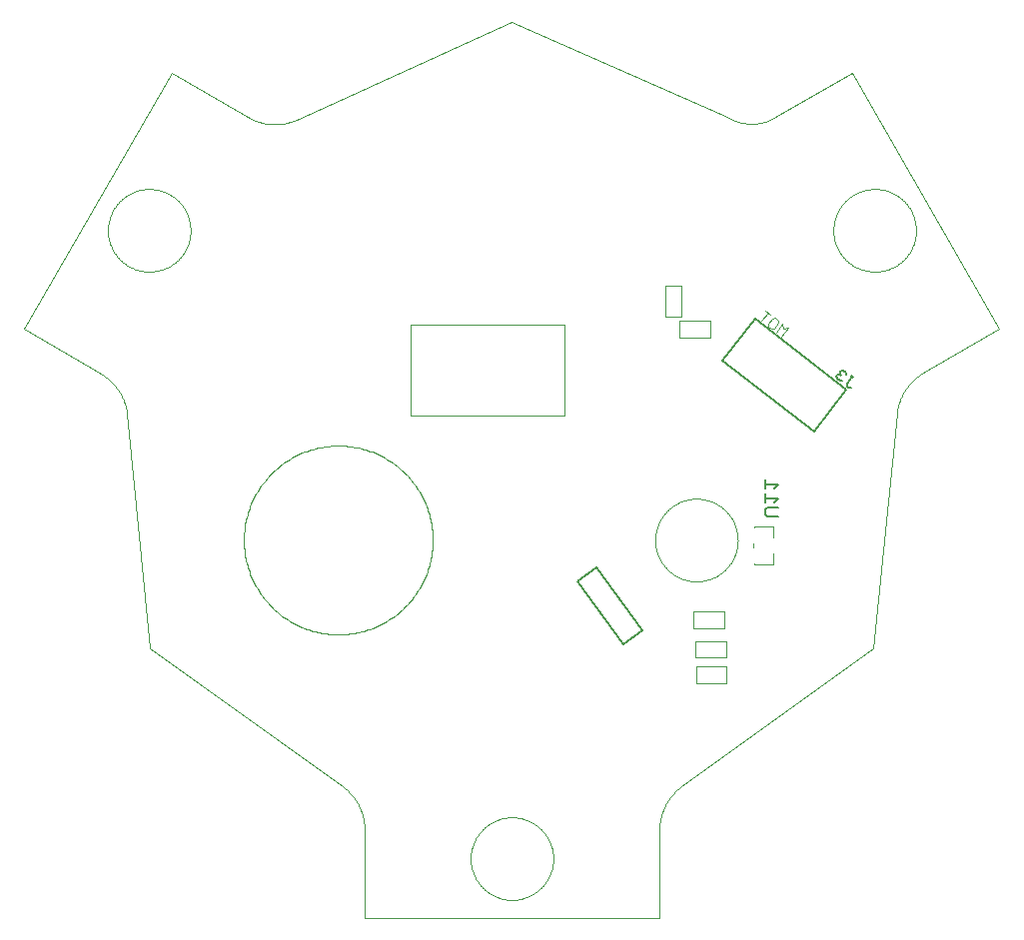
<source format=gbo>
G75*
%MOIN*%
%OFA0B0*%
%FSLAX25Y25*%
%IPPOS*%
%LPD*%
%AMOC8*
5,1,8,0,0,1.08239X$1,22.5*
%
%ADD10C,0.00000*%
%ADD11C,0.00000*%
%ADD12C,0.00394*%
%ADD13C,0.00500*%
%ADD14C,0.00400*%
%ADD15C,0.00600*%
D10*
X0045299Y0091364D02*
X0109355Y0045419D01*
X0116756Y0031009D02*
X0116756Y0001600D01*
X0215181Y0001600D01*
X0215181Y0031009D01*
X0222583Y0045419D02*
X0286638Y0091364D01*
X0294394Y0169828D01*
X0303173Y0183450D02*
X0328646Y0198135D01*
X0279433Y0283411D01*
X0253961Y0268687D01*
X0253618Y0268494D01*
X0253271Y0268310D01*
X0252919Y0268134D01*
X0252563Y0267967D01*
X0252203Y0267809D01*
X0251840Y0267660D01*
X0251473Y0267519D01*
X0251102Y0267387D01*
X0250729Y0267265D01*
X0250352Y0267152D01*
X0249973Y0267047D01*
X0249592Y0266953D01*
X0249208Y0266867D01*
X0248822Y0266791D01*
X0248435Y0266724D01*
X0248046Y0266667D01*
X0247656Y0266619D01*
X0247264Y0266581D01*
X0246872Y0266552D01*
X0246480Y0266533D01*
X0246087Y0266523D01*
X0245693Y0266523D01*
X0245300Y0266533D01*
X0244908Y0266552D01*
X0244516Y0266581D01*
X0244124Y0266619D01*
X0243734Y0266667D01*
X0243345Y0266724D01*
X0242958Y0266791D01*
X0242572Y0266867D01*
X0242188Y0266953D01*
X0241807Y0267047D01*
X0241428Y0267152D01*
X0241051Y0267265D01*
X0240678Y0267387D01*
X0240307Y0267519D01*
X0239940Y0267660D01*
X0239577Y0267809D01*
X0239217Y0267967D01*
X0238861Y0268134D01*
X0238509Y0268310D01*
X0238162Y0268494D01*
X0237819Y0268687D01*
X0165969Y0300380D01*
X0094118Y0267899D01*
X0077977Y0268687D02*
X0052504Y0283411D01*
X0003292Y0198135D01*
X0028764Y0183175D01*
X0037543Y0169828D02*
X0045299Y0091364D01*
X0109354Y0045419D02*
X0109702Y0045163D01*
X0110043Y0044899D01*
X0110377Y0044627D01*
X0110705Y0044347D01*
X0111026Y0044058D01*
X0111340Y0043762D01*
X0111647Y0043459D01*
X0111946Y0043148D01*
X0112237Y0042830D01*
X0112521Y0042505D01*
X0112797Y0042174D01*
X0113064Y0041835D01*
X0113323Y0041491D01*
X0113574Y0041140D01*
X0113816Y0040783D01*
X0114050Y0040420D01*
X0114274Y0040052D01*
X0114490Y0039678D01*
X0114696Y0039299D01*
X0114893Y0038915D01*
X0115081Y0038527D01*
X0115259Y0038134D01*
X0115428Y0037737D01*
X0115586Y0037336D01*
X0115736Y0036932D01*
X0115875Y0036523D01*
X0116004Y0036112D01*
X0116123Y0035697D01*
X0116232Y0035280D01*
X0116331Y0034860D01*
X0116420Y0034438D01*
X0116498Y0034014D01*
X0116566Y0033588D01*
X0116624Y0033161D01*
X0116671Y0032732D01*
X0116708Y0032302D01*
X0116735Y0031872D01*
X0116751Y0031440D01*
X0116756Y0031009D01*
X0215181Y0031009D02*
X0215186Y0031440D01*
X0215202Y0031871D01*
X0215228Y0032302D01*
X0215265Y0032732D01*
X0215312Y0033161D01*
X0215370Y0033588D01*
X0215438Y0034014D01*
X0215516Y0034438D01*
X0215604Y0034860D01*
X0215703Y0035280D01*
X0215812Y0035698D01*
X0215931Y0036112D01*
X0216061Y0036524D01*
X0216200Y0036932D01*
X0216349Y0037337D01*
X0216508Y0037738D01*
X0216676Y0038135D01*
X0216855Y0038528D01*
X0217042Y0038916D01*
X0217239Y0039300D01*
X0217446Y0039679D01*
X0217661Y0040052D01*
X0217886Y0040421D01*
X0218119Y0040783D01*
X0218361Y0041140D01*
X0218612Y0041491D01*
X0218872Y0041836D01*
X0219139Y0042174D01*
X0219415Y0042506D01*
X0219699Y0042831D01*
X0219990Y0043149D01*
X0220289Y0043460D01*
X0220596Y0043763D01*
X0220910Y0044059D01*
X0221231Y0044347D01*
X0221559Y0044627D01*
X0221894Y0044899D01*
X0222235Y0045163D01*
X0222583Y0045418D01*
X0294394Y0169828D02*
X0294442Y0170257D01*
X0294500Y0170685D01*
X0294568Y0171111D01*
X0294647Y0171535D01*
X0294736Y0171957D01*
X0294835Y0172377D01*
X0294945Y0172795D01*
X0295064Y0173209D01*
X0295194Y0173621D01*
X0295334Y0174029D01*
X0295483Y0174434D01*
X0295642Y0174835D01*
X0295811Y0175232D01*
X0295990Y0175625D01*
X0296178Y0176013D01*
X0296376Y0176397D01*
X0296582Y0176776D01*
X0296798Y0177149D01*
X0297023Y0177517D01*
X0297257Y0177880D01*
X0297499Y0178237D01*
X0297750Y0178588D01*
X0298010Y0178933D01*
X0298278Y0179271D01*
X0298554Y0179603D01*
X0298838Y0179928D01*
X0299130Y0180245D01*
X0299429Y0180556D01*
X0299736Y0180859D01*
X0300050Y0181155D01*
X0300371Y0181443D01*
X0300700Y0181723D01*
X0301035Y0181996D01*
X0301376Y0182259D01*
X0301724Y0182515D01*
X0302078Y0182762D01*
X0302437Y0183000D01*
X0302803Y0183230D01*
X0303174Y0183450D01*
X0094118Y0267899D02*
X0093724Y0267726D01*
X0093326Y0267564D01*
X0092924Y0267410D01*
X0092518Y0267267D01*
X0092109Y0267134D01*
X0091697Y0267010D01*
X0091282Y0266897D01*
X0090864Y0266793D01*
X0090444Y0266700D01*
X0090022Y0266617D01*
X0089598Y0266545D01*
X0089172Y0266482D01*
X0088745Y0266430D01*
X0088317Y0266389D01*
X0087888Y0266357D01*
X0087458Y0266337D01*
X0087028Y0266326D01*
X0086597Y0266326D01*
X0086167Y0266337D01*
X0085737Y0266358D01*
X0085308Y0266389D01*
X0084880Y0266431D01*
X0084453Y0266483D01*
X0084027Y0266546D01*
X0083603Y0266619D01*
X0083181Y0266702D01*
X0082761Y0266795D01*
X0082344Y0266898D01*
X0081929Y0267012D01*
X0081516Y0267136D01*
X0081107Y0267269D01*
X0080702Y0267413D01*
X0080300Y0267566D01*
X0079902Y0267729D01*
X0079507Y0267902D01*
X0079118Y0268084D01*
X0078732Y0268275D01*
X0078352Y0268476D01*
X0077976Y0268686D01*
X0028764Y0183174D02*
X0029137Y0182949D01*
X0029504Y0182715D01*
X0029865Y0182473D01*
X0030221Y0182221D01*
X0030570Y0181961D01*
X0030913Y0181693D01*
X0031250Y0181417D01*
X0031580Y0181132D01*
X0031902Y0180840D01*
X0032218Y0180540D01*
X0032526Y0180233D01*
X0032827Y0179918D01*
X0033120Y0179596D01*
X0033406Y0179267D01*
X0033683Y0178931D01*
X0033952Y0178589D01*
X0034213Y0178240D01*
X0034465Y0177885D01*
X0034709Y0177524D01*
X0034944Y0177158D01*
X0035170Y0176785D01*
X0035387Y0176408D01*
X0035594Y0176025D01*
X0035793Y0175638D01*
X0035982Y0175245D01*
X0036162Y0174849D01*
X0036332Y0174448D01*
X0036492Y0174043D01*
X0036642Y0173634D01*
X0036783Y0173222D01*
X0036914Y0172807D01*
X0037034Y0172388D01*
X0037145Y0171967D01*
X0037245Y0171543D01*
X0037335Y0171117D01*
X0037415Y0170689D01*
X0037484Y0170259D01*
X0037543Y0169828D01*
D11*
X0031157Y0230931D02*
X0031161Y0231269D01*
X0031174Y0231607D01*
X0031194Y0231945D01*
X0031223Y0232282D01*
X0031261Y0232618D01*
X0031306Y0232953D01*
X0031360Y0233287D01*
X0031422Y0233619D01*
X0031492Y0233950D01*
X0031570Y0234279D01*
X0031656Y0234606D01*
X0031750Y0234931D01*
X0031853Y0235254D01*
X0031963Y0235573D01*
X0032080Y0235890D01*
X0032206Y0236204D01*
X0032339Y0236515D01*
X0032480Y0236823D01*
X0032628Y0237127D01*
X0032784Y0237427D01*
X0032947Y0237723D01*
X0033117Y0238015D01*
X0033295Y0238303D01*
X0033479Y0238587D01*
X0033671Y0238866D01*
X0033869Y0239140D01*
X0034074Y0239409D01*
X0034285Y0239673D01*
X0034503Y0239932D01*
X0034727Y0240185D01*
X0034957Y0240433D01*
X0035193Y0240675D01*
X0035435Y0240911D01*
X0035683Y0241141D01*
X0035936Y0241365D01*
X0036195Y0241583D01*
X0036459Y0241794D01*
X0036728Y0241999D01*
X0037002Y0242197D01*
X0037281Y0242389D01*
X0037565Y0242573D01*
X0037853Y0242751D01*
X0038145Y0242921D01*
X0038441Y0243084D01*
X0038741Y0243240D01*
X0039045Y0243388D01*
X0039353Y0243529D01*
X0039664Y0243662D01*
X0039978Y0243788D01*
X0040295Y0243905D01*
X0040614Y0244015D01*
X0040937Y0244118D01*
X0041262Y0244212D01*
X0041589Y0244298D01*
X0041918Y0244376D01*
X0042249Y0244446D01*
X0042581Y0244508D01*
X0042915Y0244562D01*
X0043250Y0244607D01*
X0043586Y0244645D01*
X0043923Y0244674D01*
X0044261Y0244694D01*
X0044599Y0244707D01*
X0044937Y0244711D01*
X0045275Y0244707D01*
X0045613Y0244694D01*
X0045951Y0244674D01*
X0046288Y0244645D01*
X0046624Y0244607D01*
X0046959Y0244562D01*
X0047293Y0244508D01*
X0047625Y0244446D01*
X0047956Y0244376D01*
X0048285Y0244298D01*
X0048612Y0244212D01*
X0048937Y0244118D01*
X0049260Y0244015D01*
X0049579Y0243905D01*
X0049896Y0243788D01*
X0050210Y0243662D01*
X0050521Y0243529D01*
X0050829Y0243388D01*
X0051133Y0243240D01*
X0051433Y0243084D01*
X0051729Y0242921D01*
X0052021Y0242751D01*
X0052309Y0242573D01*
X0052593Y0242389D01*
X0052872Y0242197D01*
X0053146Y0241999D01*
X0053415Y0241794D01*
X0053679Y0241583D01*
X0053938Y0241365D01*
X0054191Y0241141D01*
X0054439Y0240911D01*
X0054681Y0240675D01*
X0054917Y0240433D01*
X0055147Y0240185D01*
X0055371Y0239932D01*
X0055589Y0239673D01*
X0055800Y0239409D01*
X0056005Y0239140D01*
X0056203Y0238866D01*
X0056395Y0238587D01*
X0056579Y0238303D01*
X0056757Y0238015D01*
X0056927Y0237723D01*
X0057090Y0237427D01*
X0057246Y0237127D01*
X0057394Y0236823D01*
X0057535Y0236515D01*
X0057668Y0236204D01*
X0057794Y0235890D01*
X0057911Y0235573D01*
X0058021Y0235254D01*
X0058124Y0234931D01*
X0058218Y0234606D01*
X0058304Y0234279D01*
X0058382Y0233950D01*
X0058452Y0233619D01*
X0058514Y0233287D01*
X0058568Y0232953D01*
X0058613Y0232618D01*
X0058651Y0232282D01*
X0058680Y0231945D01*
X0058700Y0231607D01*
X0058713Y0231269D01*
X0058717Y0230931D01*
X0058713Y0230593D01*
X0058700Y0230255D01*
X0058680Y0229917D01*
X0058651Y0229580D01*
X0058613Y0229244D01*
X0058568Y0228909D01*
X0058514Y0228575D01*
X0058452Y0228243D01*
X0058382Y0227912D01*
X0058304Y0227583D01*
X0058218Y0227256D01*
X0058124Y0226931D01*
X0058021Y0226608D01*
X0057911Y0226289D01*
X0057794Y0225972D01*
X0057668Y0225658D01*
X0057535Y0225347D01*
X0057394Y0225039D01*
X0057246Y0224735D01*
X0057090Y0224435D01*
X0056927Y0224139D01*
X0056757Y0223847D01*
X0056579Y0223559D01*
X0056395Y0223275D01*
X0056203Y0222996D01*
X0056005Y0222722D01*
X0055800Y0222453D01*
X0055589Y0222189D01*
X0055371Y0221930D01*
X0055147Y0221677D01*
X0054917Y0221429D01*
X0054681Y0221187D01*
X0054439Y0220951D01*
X0054191Y0220721D01*
X0053938Y0220497D01*
X0053679Y0220279D01*
X0053415Y0220068D01*
X0053146Y0219863D01*
X0052872Y0219665D01*
X0052593Y0219473D01*
X0052309Y0219289D01*
X0052021Y0219111D01*
X0051729Y0218941D01*
X0051433Y0218778D01*
X0051133Y0218622D01*
X0050829Y0218474D01*
X0050521Y0218333D01*
X0050210Y0218200D01*
X0049896Y0218074D01*
X0049579Y0217957D01*
X0049260Y0217847D01*
X0048937Y0217744D01*
X0048612Y0217650D01*
X0048285Y0217564D01*
X0047956Y0217486D01*
X0047625Y0217416D01*
X0047293Y0217354D01*
X0046959Y0217300D01*
X0046624Y0217255D01*
X0046288Y0217217D01*
X0045951Y0217188D01*
X0045613Y0217168D01*
X0045275Y0217155D01*
X0044937Y0217151D01*
X0044599Y0217155D01*
X0044261Y0217168D01*
X0043923Y0217188D01*
X0043586Y0217217D01*
X0043250Y0217255D01*
X0042915Y0217300D01*
X0042581Y0217354D01*
X0042249Y0217416D01*
X0041918Y0217486D01*
X0041589Y0217564D01*
X0041262Y0217650D01*
X0040937Y0217744D01*
X0040614Y0217847D01*
X0040295Y0217957D01*
X0039978Y0218074D01*
X0039664Y0218200D01*
X0039353Y0218333D01*
X0039045Y0218474D01*
X0038741Y0218622D01*
X0038441Y0218778D01*
X0038145Y0218941D01*
X0037853Y0219111D01*
X0037565Y0219289D01*
X0037281Y0219473D01*
X0037002Y0219665D01*
X0036728Y0219863D01*
X0036459Y0220068D01*
X0036195Y0220279D01*
X0035936Y0220497D01*
X0035683Y0220721D01*
X0035435Y0220951D01*
X0035193Y0221187D01*
X0034957Y0221429D01*
X0034727Y0221677D01*
X0034503Y0221930D01*
X0034285Y0222189D01*
X0034074Y0222453D01*
X0033869Y0222722D01*
X0033671Y0222996D01*
X0033479Y0223275D01*
X0033295Y0223559D01*
X0033117Y0223847D01*
X0032947Y0224139D01*
X0032784Y0224435D01*
X0032628Y0224735D01*
X0032480Y0225039D01*
X0032339Y0225347D01*
X0032206Y0225658D01*
X0032080Y0225972D01*
X0031963Y0226289D01*
X0031853Y0226608D01*
X0031750Y0226931D01*
X0031656Y0227256D01*
X0031570Y0227583D01*
X0031492Y0227912D01*
X0031422Y0228243D01*
X0031360Y0228575D01*
X0031306Y0228909D01*
X0031261Y0229244D01*
X0031223Y0229580D01*
X0031194Y0229917D01*
X0031174Y0230255D01*
X0031161Y0230593D01*
X0031157Y0230931D01*
X0132189Y0199395D02*
X0132189Y0169238D01*
X0183370Y0169238D01*
X0183370Y0199395D01*
X0132189Y0199395D01*
X0076520Y0127584D02*
X0076529Y0128357D01*
X0076558Y0129129D01*
X0076605Y0129901D01*
X0076672Y0130671D01*
X0076757Y0131439D01*
X0076861Y0132205D01*
X0076984Y0132969D01*
X0077125Y0133729D01*
X0077285Y0134485D01*
X0077464Y0135237D01*
X0077661Y0135984D01*
X0077876Y0136727D01*
X0078110Y0137464D01*
X0078361Y0138195D01*
X0078630Y0138919D01*
X0078917Y0139637D01*
X0079222Y0140347D01*
X0079544Y0141050D01*
X0079883Y0141745D01*
X0080239Y0142431D01*
X0080612Y0143108D01*
X0081001Y0143776D01*
X0081406Y0144434D01*
X0081828Y0145082D01*
X0082265Y0145720D01*
X0082718Y0146346D01*
X0083186Y0146961D01*
X0083669Y0147565D01*
X0084167Y0148156D01*
X0084679Y0148735D01*
X0085205Y0149302D01*
X0085745Y0149855D01*
X0086298Y0150395D01*
X0086865Y0150921D01*
X0087444Y0151433D01*
X0088035Y0151931D01*
X0088639Y0152414D01*
X0089254Y0152882D01*
X0089880Y0153335D01*
X0090518Y0153772D01*
X0091166Y0154194D01*
X0091824Y0154599D01*
X0092492Y0154988D01*
X0093169Y0155361D01*
X0093855Y0155717D01*
X0094550Y0156056D01*
X0095253Y0156378D01*
X0095963Y0156683D01*
X0096681Y0156970D01*
X0097405Y0157239D01*
X0098136Y0157490D01*
X0098873Y0157724D01*
X0099616Y0157939D01*
X0100363Y0158136D01*
X0101115Y0158315D01*
X0101871Y0158475D01*
X0102631Y0158616D01*
X0103395Y0158739D01*
X0104161Y0158843D01*
X0104929Y0158928D01*
X0105699Y0158995D01*
X0106471Y0159042D01*
X0107243Y0159071D01*
X0108016Y0159080D01*
X0108789Y0159071D01*
X0109561Y0159042D01*
X0110333Y0158995D01*
X0111103Y0158928D01*
X0111871Y0158843D01*
X0112637Y0158739D01*
X0113401Y0158616D01*
X0114161Y0158475D01*
X0114917Y0158315D01*
X0115669Y0158136D01*
X0116416Y0157939D01*
X0117159Y0157724D01*
X0117896Y0157490D01*
X0118627Y0157239D01*
X0119351Y0156970D01*
X0120069Y0156683D01*
X0120779Y0156378D01*
X0121482Y0156056D01*
X0122177Y0155717D01*
X0122863Y0155361D01*
X0123540Y0154988D01*
X0124208Y0154599D01*
X0124866Y0154194D01*
X0125514Y0153772D01*
X0126152Y0153335D01*
X0126778Y0152882D01*
X0127393Y0152414D01*
X0127997Y0151931D01*
X0128588Y0151433D01*
X0129167Y0150921D01*
X0129734Y0150395D01*
X0130287Y0149855D01*
X0130827Y0149302D01*
X0131353Y0148735D01*
X0131865Y0148156D01*
X0132363Y0147565D01*
X0132846Y0146961D01*
X0133314Y0146346D01*
X0133767Y0145720D01*
X0134204Y0145082D01*
X0134626Y0144434D01*
X0135031Y0143776D01*
X0135420Y0143108D01*
X0135793Y0142431D01*
X0136149Y0141745D01*
X0136488Y0141050D01*
X0136810Y0140347D01*
X0137115Y0139637D01*
X0137402Y0138919D01*
X0137671Y0138195D01*
X0137922Y0137464D01*
X0138156Y0136727D01*
X0138371Y0135984D01*
X0138568Y0135237D01*
X0138747Y0134485D01*
X0138907Y0133729D01*
X0139048Y0132969D01*
X0139171Y0132205D01*
X0139275Y0131439D01*
X0139360Y0130671D01*
X0139427Y0129901D01*
X0139474Y0129129D01*
X0139503Y0128357D01*
X0139512Y0127584D01*
X0139503Y0126811D01*
X0139474Y0126039D01*
X0139427Y0125267D01*
X0139360Y0124497D01*
X0139275Y0123729D01*
X0139171Y0122963D01*
X0139048Y0122199D01*
X0138907Y0121439D01*
X0138747Y0120683D01*
X0138568Y0119931D01*
X0138371Y0119184D01*
X0138156Y0118441D01*
X0137922Y0117704D01*
X0137671Y0116973D01*
X0137402Y0116249D01*
X0137115Y0115531D01*
X0136810Y0114821D01*
X0136488Y0114118D01*
X0136149Y0113423D01*
X0135793Y0112737D01*
X0135420Y0112060D01*
X0135031Y0111392D01*
X0134626Y0110734D01*
X0134204Y0110086D01*
X0133767Y0109448D01*
X0133314Y0108822D01*
X0132846Y0108207D01*
X0132363Y0107603D01*
X0131865Y0107012D01*
X0131353Y0106433D01*
X0130827Y0105866D01*
X0130287Y0105313D01*
X0129734Y0104773D01*
X0129167Y0104247D01*
X0128588Y0103735D01*
X0127997Y0103237D01*
X0127393Y0102754D01*
X0126778Y0102286D01*
X0126152Y0101833D01*
X0125514Y0101396D01*
X0124866Y0100974D01*
X0124208Y0100569D01*
X0123540Y0100180D01*
X0122863Y0099807D01*
X0122177Y0099451D01*
X0121482Y0099112D01*
X0120779Y0098790D01*
X0120069Y0098485D01*
X0119351Y0098198D01*
X0118627Y0097929D01*
X0117896Y0097678D01*
X0117159Y0097444D01*
X0116416Y0097229D01*
X0115669Y0097032D01*
X0114917Y0096853D01*
X0114161Y0096693D01*
X0113401Y0096552D01*
X0112637Y0096429D01*
X0111871Y0096325D01*
X0111103Y0096240D01*
X0110333Y0096173D01*
X0109561Y0096126D01*
X0108789Y0096097D01*
X0108016Y0096088D01*
X0107243Y0096097D01*
X0106471Y0096126D01*
X0105699Y0096173D01*
X0104929Y0096240D01*
X0104161Y0096325D01*
X0103395Y0096429D01*
X0102631Y0096552D01*
X0101871Y0096693D01*
X0101115Y0096853D01*
X0100363Y0097032D01*
X0099616Y0097229D01*
X0098873Y0097444D01*
X0098136Y0097678D01*
X0097405Y0097929D01*
X0096681Y0098198D01*
X0095963Y0098485D01*
X0095253Y0098790D01*
X0094550Y0099112D01*
X0093855Y0099451D01*
X0093169Y0099807D01*
X0092492Y0100180D01*
X0091824Y0100569D01*
X0091166Y0100974D01*
X0090518Y0101396D01*
X0089880Y0101833D01*
X0089254Y0102286D01*
X0088639Y0102754D01*
X0088035Y0103237D01*
X0087444Y0103735D01*
X0086865Y0104247D01*
X0086298Y0104773D01*
X0085745Y0105313D01*
X0085205Y0105866D01*
X0084679Y0106433D01*
X0084167Y0107012D01*
X0083669Y0107603D01*
X0083186Y0108207D01*
X0082718Y0108822D01*
X0082265Y0109448D01*
X0081828Y0110086D01*
X0081406Y0110734D01*
X0081001Y0111392D01*
X0080612Y0112060D01*
X0080239Y0112737D01*
X0079883Y0113423D01*
X0079544Y0114118D01*
X0079222Y0114821D01*
X0078917Y0115531D01*
X0078630Y0116249D01*
X0078361Y0116973D01*
X0078110Y0117704D01*
X0077876Y0118441D01*
X0077661Y0119184D01*
X0077464Y0119931D01*
X0077285Y0120683D01*
X0077125Y0121439D01*
X0076984Y0122199D01*
X0076861Y0122963D01*
X0076757Y0123729D01*
X0076672Y0124497D01*
X0076605Y0125267D01*
X0076558Y0126039D01*
X0076529Y0126811D01*
X0076520Y0127584D01*
X0152197Y0021285D02*
X0152201Y0021623D01*
X0152214Y0021961D01*
X0152234Y0022299D01*
X0152263Y0022636D01*
X0152301Y0022972D01*
X0152346Y0023307D01*
X0152400Y0023641D01*
X0152462Y0023973D01*
X0152532Y0024304D01*
X0152610Y0024633D01*
X0152696Y0024960D01*
X0152790Y0025285D01*
X0152893Y0025608D01*
X0153003Y0025927D01*
X0153120Y0026244D01*
X0153246Y0026558D01*
X0153379Y0026869D01*
X0153520Y0027177D01*
X0153668Y0027481D01*
X0153824Y0027781D01*
X0153987Y0028077D01*
X0154157Y0028369D01*
X0154335Y0028657D01*
X0154519Y0028941D01*
X0154711Y0029220D01*
X0154909Y0029494D01*
X0155114Y0029763D01*
X0155325Y0030027D01*
X0155543Y0030286D01*
X0155767Y0030539D01*
X0155997Y0030787D01*
X0156233Y0031029D01*
X0156475Y0031265D01*
X0156723Y0031495D01*
X0156976Y0031719D01*
X0157235Y0031937D01*
X0157499Y0032148D01*
X0157768Y0032353D01*
X0158042Y0032551D01*
X0158321Y0032743D01*
X0158605Y0032927D01*
X0158893Y0033105D01*
X0159185Y0033275D01*
X0159481Y0033438D01*
X0159781Y0033594D01*
X0160085Y0033742D01*
X0160393Y0033883D01*
X0160704Y0034016D01*
X0161018Y0034142D01*
X0161335Y0034259D01*
X0161654Y0034369D01*
X0161977Y0034472D01*
X0162302Y0034566D01*
X0162629Y0034652D01*
X0162958Y0034730D01*
X0163289Y0034800D01*
X0163621Y0034862D01*
X0163955Y0034916D01*
X0164290Y0034961D01*
X0164626Y0034999D01*
X0164963Y0035028D01*
X0165301Y0035048D01*
X0165639Y0035061D01*
X0165977Y0035065D01*
X0166315Y0035061D01*
X0166653Y0035048D01*
X0166991Y0035028D01*
X0167328Y0034999D01*
X0167664Y0034961D01*
X0167999Y0034916D01*
X0168333Y0034862D01*
X0168665Y0034800D01*
X0168996Y0034730D01*
X0169325Y0034652D01*
X0169652Y0034566D01*
X0169977Y0034472D01*
X0170300Y0034369D01*
X0170619Y0034259D01*
X0170936Y0034142D01*
X0171250Y0034016D01*
X0171561Y0033883D01*
X0171869Y0033742D01*
X0172173Y0033594D01*
X0172473Y0033438D01*
X0172769Y0033275D01*
X0173061Y0033105D01*
X0173349Y0032927D01*
X0173633Y0032743D01*
X0173912Y0032551D01*
X0174186Y0032353D01*
X0174455Y0032148D01*
X0174719Y0031937D01*
X0174978Y0031719D01*
X0175231Y0031495D01*
X0175479Y0031265D01*
X0175721Y0031029D01*
X0175957Y0030787D01*
X0176187Y0030539D01*
X0176411Y0030286D01*
X0176629Y0030027D01*
X0176840Y0029763D01*
X0177045Y0029494D01*
X0177243Y0029220D01*
X0177435Y0028941D01*
X0177619Y0028657D01*
X0177797Y0028369D01*
X0177967Y0028077D01*
X0178130Y0027781D01*
X0178286Y0027481D01*
X0178434Y0027177D01*
X0178575Y0026869D01*
X0178708Y0026558D01*
X0178834Y0026244D01*
X0178951Y0025927D01*
X0179061Y0025608D01*
X0179164Y0025285D01*
X0179258Y0024960D01*
X0179344Y0024633D01*
X0179422Y0024304D01*
X0179492Y0023973D01*
X0179554Y0023641D01*
X0179608Y0023307D01*
X0179653Y0022972D01*
X0179691Y0022636D01*
X0179720Y0022299D01*
X0179740Y0021961D01*
X0179753Y0021623D01*
X0179757Y0021285D01*
X0179753Y0020947D01*
X0179740Y0020609D01*
X0179720Y0020271D01*
X0179691Y0019934D01*
X0179653Y0019598D01*
X0179608Y0019263D01*
X0179554Y0018929D01*
X0179492Y0018597D01*
X0179422Y0018266D01*
X0179344Y0017937D01*
X0179258Y0017610D01*
X0179164Y0017285D01*
X0179061Y0016962D01*
X0178951Y0016643D01*
X0178834Y0016326D01*
X0178708Y0016012D01*
X0178575Y0015701D01*
X0178434Y0015393D01*
X0178286Y0015089D01*
X0178130Y0014789D01*
X0177967Y0014493D01*
X0177797Y0014201D01*
X0177619Y0013913D01*
X0177435Y0013629D01*
X0177243Y0013350D01*
X0177045Y0013076D01*
X0176840Y0012807D01*
X0176629Y0012543D01*
X0176411Y0012284D01*
X0176187Y0012031D01*
X0175957Y0011783D01*
X0175721Y0011541D01*
X0175479Y0011305D01*
X0175231Y0011075D01*
X0174978Y0010851D01*
X0174719Y0010633D01*
X0174455Y0010422D01*
X0174186Y0010217D01*
X0173912Y0010019D01*
X0173633Y0009827D01*
X0173349Y0009643D01*
X0173061Y0009465D01*
X0172769Y0009295D01*
X0172473Y0009132D01*
X0172173Y0008976D01*
X0171869Y0008828D01*
X0171561Y0008687D01*
X0171250Y0008554D01*
X0170936Y0008428D01*
X0170619Y0008311D01*
X0170300Y0008201D01*
X0169977Y0008098D01*
X0169652Y0008004D01*
X0169325Y0007918D01*
X0168996Y0007840D01*
X0168665Y0007770D01*
X0168333Y0007708D01*
X0167999Y0007654D01*
X0167664Y0007609D01*
X0167328Y0007571D01*
X0166991Y0007542D01*
X0166653Y0007522D01*
X0166315Y0007509D01*
X0165977Y0007505D01*
X0165639Y0007509D01*
X0165301Y0007522D01*
X0164963Y0007542D01*
X0164626Y0007571D01*
X0164290Y0007609D01*
X0163955Y0007654D01*
X0163621Y0007708D01*
X0163289Y0007770D01*
X0162958Y0007840D01*
X0162629Y0007918D01*
X0162302Y0008004D01*
X0161977Y0008098D01*
X0161654Y0008201D01*
X0161335Y0008311D01*
X0161018Y0008428D01*
X0160704Y0008554D01*
X0160393Y0008687D01*
X0160085Y0008828D01*
X0159781Y0008976D01*
X0159481Y0009132D01*
X0159185Y0009295D01*
X0158893Y0009465D01*
X0158605Y0009643D01*
X0158321Y0009827D01*
X0158042Y0010019D01*
X0157768Y0010217D01*
X0157499Y0010422D01*
X0157235Y0010633D01*
X0156976Y0010851D01*
X0156723Y0011075D01*
X0156475Y0011305D01*
X0156233Y0011541D01*
X0155997Y0011783D01*
X0155767Y0012031D01*
X0155543Y0012284D01*
X0155325Y0012543D01*
X0155114Y0012807D01*
X0154909Y0013076D01*
X0154711Y0013350D01*
X0154519Y0013629D01*
X0154335Y0013913D01*
X0154157Y0014201D01*
X0153987Y0014493D01*
X0153824Y0014789D01*
X0153668Y0015089D01*
X0153520Y0015393D01*
X0153379Y0015701D01*
X0153246Y0016012D01*
X0153120Y0016326D01*
X0153003Y0016643D01*
X0152893Y0016962D01*
X0152790Y0017285D01*
X0152696Y0017610D01*
X0152610Y0017937D01*
X0152532Y0018266D01*
X0152462Y0018597D01*
X0152400Y0018929D01*
X0152346Y0019263D01*
X0152301Y0019598D01*
X0152263Y0019934D01*
X0152234Y0020271D01*
X0152214Y0020609D01*
X0152201Y0020947D01*
X0152197Y0021285D01*
X0213763Y0127584D02*
X0213767Y0127922D01*
X0213780Y0128260D01*
X0213800Y0128598D01*
X0213829Y0128935D01*
X0213867Y0129271D01*
X0213912Y0129606D01*
X0213966Y0129940D01*
X0214028Y0130272D01*
X0214098Y0130603D01*
X0214176Y0130932D01*
X0214262Y0131259D01*
X0214356Y0131584D01*
X0214459Y0131907D01*
X0214569Y0132226D01*
X0214686Y0132543D01*
X0214812Y0132857D01*
X0214945Y0133168D01*
X0215086Y0133476D01*
X0215234Y0133780D01*
X0215390Y0134080D01*
X0215553Y0134376D01*
X0215723Y0134668D01*
X0215901Y0134956D01*
X0216085Y0135240D01*
X0216277Y0135519D01*
X0216475Y0135793D01*
X0216680Y0136062D01*
X0216891Y0136326D01*
X0217109Y0136585D01*
X0217333Y0136838D01*
X0217563Y0137086D01*
X0217799Y0137328D01*
X0218041Y0137564D01*
X0218289Y0137794D01*
X0218542Y0138018D01*
X0218801Y0138236D01*
X0219065Y0138447D01*
X0219334Y0138652D01*
X0219608Y0138850D01*
X0219887Y0139042D01*
X0220171Y0139226D01*
X0220459Y0139404D01*
X0220751Y0139574D01*
X0221047Y0139737D01*
X0221347Y0139893D01*
X0221651Y0140041D01*
X0221959Y0140182D01*
X0222270Y0140315D01*
X0222584Y0140441D01*
X0222901Y0140558D01*
X0223220Y0140668D01*
X0223543Y0140771D01*
X0223868Y0140865D01*
X0224195Y0140951D01*
X0224524Y0141029D01*
X0224855Y0141099D01*
X0225187Y0141161D01*
X0225521Y0141215D01*
X0225856Y0141260D01*
X0226192Y0141298D01*
X0226529Y0141327D01*
X0226867Y0141347D01*
X0227205Y0141360D01*
X0227543Y0141364D01*
X0227881Y0141360D01*
X0228219Y0141347D01*
X0228557Y0141327D01*
X0228894Y0141298D01*
X0229230Y0141260D01*
X0229565Y0141215D01*
X0229899Y0141161D01*
X0230231Y0141099D01*
X0230562Y0141029D01*
X0230891Y0140951D01*
X0231218Y0140865D01*
X0231543Y0140771D01*
X0231866Y0140668D01*
X0232185Y0140558D01*
X0232502Y0140441D01*
X0232816Y0140315D01*
X0233127Y0140182D01*
X0233435Y0140041D01*
X0233739Y0139893D01*
X0234039Y0139737D01*
X0234335Y0139574D01*
X0234627Y0139404D01*
X0234915Y0139226D01*
X0235199Y0139042D01*
X0235478Y0138850D01*
X0235752Y0138652D01*
X0236021Y0138447D01*
X0236285Y0138236D01*
X0236544Y0138018D01*
X0236797Y0137794D01*
X0237045Y0137564D01*
X0237287Y0137328D01*
X0237523Y0137086D01*
X0237753Y0136838D01*
X0237977Y0136585D01*
X0238195Y0136326D01*
X0238406Y0136062D01*
X0238611Y0135793D01*
X0238809Y0135519D01*
X0239001Y0135240D01*
X0239185Y0134956D01*
X0239363Y0134668D01*
X0239533Y0134376D01*
X0239696Y0134080D01*
X0239852Y0133780D01*
X0240000Y0133476D01*
X0240141Y0133168D01*
X0240274Y0132857D01*
X0240400Y0132543D01*
X0240517Y0132226D01*
X0240627Y0131907D01*
X0240730Y0131584D01*
X0240824Y0131259D01*
X0240910Y0130932D01*
X0240988Y0130603D01*
X0241058Y0130272D01*
X0241120Y0129940D01*
X0241174Y0129606D01*
X0241219Y0129271D01*
X0241257Y0128935D01*
X0241286Y0128598D01*
X0241306Y0128260D01*
X0241319Y0127922D01*
X0241323Y0127584D01*
X0241319Y0127246D01*
X0241306Y0126908D01*
X0241286Y0126570D01*
X0241257Y0126233D01*
X0241219Y0125897D01*
X0241174Y0125562D01*
X0241120Y0125228D01*
X0241058Y0124896D01*
X0240988Y0124565D01*
X0240910Y0124236D01*
X0240824Y0123909D01*
X0240730Y0123584D01*
X0240627Y0123261D01*
X0240517Y0122942D01*
X0240400Y0122625D01*
X0240274Y0122311D01*
X0240141Y0122000D01*
X0240000Y0121692D01*
X0239852Y0121388D01*
X0239696Y0121088D01*
X0239533Y0120792D01*
X0239363Y0120500D01*
X0239185Y0120212D01*
X0239001Y0119928D01*
X0238809Y0119649D01*
X0238611Y0119375D01*
X0238406Y0119106D01*
X0238195Y0118842D01*
X0237977Y0118583D01*
X0237753Y0118330D01*
X0237523Y0118082D01*
X0237287Y0117840D01*
X0237045Y0117604D01*
X0236797Y0117374D01*
X0236544Y0117150D01*
X0236285Y0116932D01*
X0236021Y0116721D01*
X0235752Y0116516D01*
X0235478Y0116318D01*
X0235199Y0116126D01*
X0234915Y0115942D01*
X0234627Y0115764D01*
X0234335Y0115594D01*
X0234039Y0115431D01*
X0233739Y0115275D01*
X0233435Y0115127D01*
X0233127Y0114986D01*
X0232816Y0114853D01*
X0232502Y0114727D01*
X0232185Y0114610D01*
X0231866Y0114500D01*
X0231543Y0114397D01*
X0231218Y0114303D01*
X0230891Y0114217D01*
X0230562Y0114139D01*
X0230231Y0114069D01*
X0229899Y0114007D01*
X0229565Y0113953D01*
X0229230Y0113908D01*
X0228894Y0113870D01*
X0228557Y0113841D01*
X0228219Y0113821D01*
X0227881Y0113808D01*
X0227543Y0113804D01*
X0227205Y0113808D01*
X0226867Y0113821D01*
X0226529Y0113841D01*
X0226192Y0113870D01*
X0225856Y0113908D01*
X0225521Y0113953D01*
X0225187Y0114007D01*
X0224855Y0114069D01*
X0224524Y0114139D01*
X0224195Y0114217D01*
X0223868Y0114303D01*
X0223543Y0114397D01*
X0223220Y0114500D01*
X0222901Y0114610D01*
X0222584Y0114727D01*
X0222270Y0114853D01*
X0221959Y0114986D01*
X0221651Y0115127D01*
X0221347Y0115275D01*
X0221047Y0115431D01*
X0220751Y0115594D01*
X0220459Y0115764D01*
X0220171Y0115942D01*
X0219887Y0116126D01*
X0219608Y0116318D01*
X0219334Y0116516D01*
X0219065Y0116721D01*
X0218801Y0116932D01*
X0218542Y0117150D01*
X0218289Y0117374D01*
X0218041Y0117604D01*
X0217799Y0117840D01*
X0217563Y0118082D01*
X0217333Y0118330D01*
X0217109Y0118583D01*
X0216891Y0118842D01*
X0216680Y0119106D01*
X0216475Y0119375D01*
X0216277Y0119649D01*
X0216085Y0119928D01*
X0215901Y0120212D01*
X0215723Y0120500D01*
X0215553Y0120792D01*
X0215390Y0121088D01*
X0215234Y0121388D01*
X0215086Y0121692D01*
X0214945Y0122000D01*
X0214812Y0122311D01*
X0214686Y0122625D01*
X0214569Y0122942D01*
X0214459Y0123261D01*
X0214356Y0123584D01*
X0214262Y0123909D01*
X0214176Y0124236D01*
X0214098Y0124565D01*
X0214028Y0124896D01*
X0213966Y0125228D01*
X0213912Y0125562D01*
X0213867Y0125897D01*
X0213829Y0126233D01*
X0213800Y0126570D01*
X0213780Y0126908D01*
X0213767Y0127246D01*
X0213763Y0127584D01*
X0273236Y0230931D02*
X0273240Y0231269D01*
X0273253Y0231607D01*
X0273273Y0231945D01*
X0273302Y0232282D01*
X0273340Y0232618D01*
X0273385Y0232953D01*
X0273439Y0233287D01*
X0273501Y0233619D01*
X0273571Y0233950D01*
X0273649Y0234279D01*
X0273735Y0234606D01*
X0273829Y0234931D01*
X0273932Y0235254D01*
X0274042Y0235573D01*
X0274159Y0235890D01*
X0274285Y0236204D01*
X0274418Y0236515D01*
X0274559Y0236823D01*
X0274707Y0237127D01*
X0274863Y0237427D01*
X0275026Y0237723D01*
X0275196Y0238015D01*
X0275374Y0238303D01*
X0275558Y0238587D01*
X0275750Y0238866D01*
X0275948Y0239140D01*
X0276153Y0239409D01*
X0276364Y0239673D01*
X0276582Y0239932D01*
X0276806Y0240185D01*
X0277036Y0240433D01*
X0277272Y0240675D01*
X0277514Y0240911D01*
X0277762Y0241141D01*
X0278015Y0241365D01*
X0278274Y0241583D01*
X0278538Y0241794D01*
X0278807Y0241999D01*
X0279081Y0242197D01*
X0279360Y0242389D01*
X0279644Y0242573D01*
X0279932Y0242751D01*
X0280224Y0242921D01*
X0280520Y0243084D01*
X0280820Y0243240D01*
X0281124Y0243388D01*
X0281432Y0243529D01*
X0281743Y0243662D01*
X0282057Y0243788D01*
X0282374Y0243905D01*
X0282693Y0244015D01*
X0283016Y0244118D01*
X0283341Y0244212D01*
X0283668Y0244298D01*
X0283997Y0244376D01*
X0284328Y0244446D01*
X0284660Y0244508D01*
X0284994Y0244562D01*
X0285329Y0244607D01*
X0285665Y0244645D01*
X0286002Y0244674D01*
X0286340Y0244694D01*
X0286678Y0244707D01*
X0287016Y0244711D01*
X0287354Y0244707D01*
X0287692Y0244694D01*
X0288030Y0244674D01*
X0288367Y0244645D01*
X0288703Y0244607D01*
X0289038Y0244562D01*
X0289372Y0244508D01*
X0289704Y0244446D01*
X0290035Y0244376D01*
X0290364Y0244298D01*
X0290691Y0244212D01*
X0291016Y0244118D01*
X0291339Y0244015D01*
X0291658Y0243905D01*
X0291975Y0243788D01*
X0292289Y0243662D01*
X0292600Y0243529D01*
X0292908Y0243388D01*
X0293212Y0243240D01*
X0293512Y0243084D01*
X0293808Y0242921D01*
X0294100Y0242751D01*
X0294388Y0242573D01*
X0294672Y0242389D01*
X0294951Y0242197D01*
X0295225Y0241999D01*
X0295494Y0241794D01*
X0295758Y0241583D01*
X0296017Y0241365D01*
X0296270Y0241141D01*
X0296518Y0240911D01*
X0296760Y0240675D01*
X0296996Y0240433D01*
X0297226Y0240185D01*
X0297450Y0239932D01*
X0297668Y0239673D01*
X0297879Y0239409D01*
X0298084Y0239140D01*
X0298282Y0238866D01*
X0298474Y0238587D01*
X0298658Y0238303D01*
X0298836Y0238015D01*
X0299006Y0237723D01*
X0299169Y0237427D01*
X0299325Y0237127D01*
X0299473Y0236823D01*
X0299614Y0236515D01*
X0299747Y0236204D01*
X0299873Y0235890D01*
X0299990Y0235573D01*
X0300100Y0235254D01*
X0300203Y0234931D01*
X0300297Y0234606D01*
X0300383Y0234279D01*
X0300461Y0233950D01*
X0300531Y0233619D01*
X0300593Y0233287D01*
X0300647Y0232953D01*
X0300692Y0232618D01*
X0300730Y0232282D01*
X0300759Y0231945D01*
X0300779Y0231607D01*
X0300792Y0231269D01*
X0300796Y0230931D01*
X0300792Y0230593D01*
X0300779Y0230255D01*
X0300759Y0229917D01*
X0300730Y0229580D01*
X0300692Y0229244D01*
X0300647Y0228909D01*
X0300593Y0228575D01*
X0300531Y0228243D01*
X0300461Y0227912D01*
X0300383Y0227583D01*
X0300297Y0227256D01*
X0300203Y0226931D01*
X0300100Y0226608D01*
X0299990Y0226289D01*
X0299873Y0225972D01*
X0299747Y0225658D01*
X0299614Y0225347D01*
X0299473Y0225039D01*
X0299325Y0224735D01*
X0299169Y0224435D01*
X0299006Y0224139D01*
X0298836Y0223847D01*
X0298658Y0223559D01*
X0298474Y0223275D01*
X0298282Y0222996D01*
X0298084Y0222722D01*
X0297879Y0222453D01*
X0297668Y0222189D01*
X0297450Y0221930D01*
X0297226Y0221677D01*
X0296996Y0221429D01*
X0296760Y0221187D01*
X0296518Y0220951D01*
X0296270Y0220721D01*
X0296017Y0220497D01*
X0295758Y0220279D01*
X0295494Y0220068D01*
X0295225Y0219863D01*
X0294951Y0219665D01*
X0294672Y0219473D01*
X0294388Y0219289D01*
X0294100Y0219111D01*
X0293808Y0218941D01*
X0293512Y0218778D01*
X0293212Y0218622D01*
X0292908Y0218474D01*
X0292600Y0218333D01*
X0292289Y0218200D01*
X0291975Y0218074D01*
X0291658Y0217957D01*
X0291339Y0217847D01*
X0291016Y0217744D01*
X0290691Y0217650D01*
X0290364Y0217564D01*
X0290035Y0217486D01*
X0289704Y0217416D01*
X0289372Y0217354D01*
X0289038Y0217300D01*
X0288703Y0217255D01*
X0288367Y0217217D01*
X0288030Y0217188D01*
X0287692Y0217168D01*
X0287354Y0217155D01*
X0287016Y0217151D01*
X0286678Y0217155D01*
X0286340Y0217168D01*
X0286002Y0217188D01*
X0285665Y0217217D01*
X0285329Y0217255D01*
X0284994Y0217300D01*
X0284660Y0217354D01*
X0284328Y0217416D01*
X0283997Y0217486D01*
X0283668Y0217564D01*
X0283341Y0217650D01*
X0283016Y0217744D01*
X0282693Y0217847D01*
X0282374Y0217957D01*
X0282057Y0218074D01*
X0281743Y0218200D01*
X0281432Y0218333D01*
X0281124Y0218474D01*
X0280820Y0218622D01*
X0280520Y0218778D01*
X0280224Y0218941D01*
X0279932Y0219111D01*
X0279644Y0219289D01*
X0279360Y0219473D01*
X0279081Y0219665D01*
X0278807Y0219863D01*
X0278538Y0220068D01*
X0278274Y0220279D01*
X0278015Y0220497D01*
X0277762Y0220721D01*
X0277514Y0220951D01*
X0277272Y0221187D01*
X0277036Y0221429D01*
X0276806Y0221677D01*
X0276582Y0221930D01*
X0276364Y0222189D01*
X0276153Y0222453D01*
X0275948Y0222722D01*
X0275750Y0222996D01*
X0275558Y0223275D01*
X0275374Y0223559D01*
X0275196Y0223847D01*
X0275026Y0224139D01*
X0274863Y0224435D01*
X0274707Y0224735D01*
X0274559Y0225039D01*
X0274418Y0225347D01*
X0274285Y0225658D01*
X0274159Y0225972D01*
X0274042Y0226289D01*
X0273932Y0226608D01*
X0273829Y0226931D01*
X0273735Y0227256D01*
X0273649Y0227583D01*
X0273571Y0227912D01*
X0273501Y0228243D01*
X0273439Y0228575D01*
X0273385Y0228909D01*
X0273340Y0229244D01*
X0273302Y0229580D01*
X0273273Y0229917D01*
X0273253Y0230255D01*
X0273240Y0230593D01*
X0273236Y0230931D01*
D12*
X0232010Y0200756D02*
X0232010Y0195244D01*
X0221773Y0195244D01*
X0221773Y0200756D01*
X0232010Y0200756D01*
X0222647Y0202282D02*
X0217136Y0202282D01*
X0217136Y0212518D01*
X0222647Y0212518D01*
X0222647Y0202282D01*
X0246942Y0132099D02*
X0246942Y0131902D01*
X0246942Y0132099D02*
X0253241Y0132099D01*
X0253241Y0128556D01*
X0253241Y0123044D02*
X0253241Y0119501D01*
X0246942Y0119501D01*
X0246942Y0119698D01*
X0246548Y0125170D02*
X0246548Y0126430D01*
X0236810Y0103756D02*
X0226573Y0103756D01*
X0226573Y0098244D01*
X0236810Y0098244D01*
X0236810Y0103756D01*
X0237410Y0093956D02*
X0227173Y0093956D01*
X0227173Y0088444D01*
X0237410Y0088444D01*
X0237410Y0093956D01*
X0237610Y0085356D02*
X0227373Y0085356D01*
X0227373Y0079844D01*
X0237610Y0079844D01*
X0237610Y0085356D01*
D13*
X0209493Y0097402D02*
X0194211Y0118436D01*
X0187900Y0113852D01*
X0203183Y0092817D01*
X0209493Y0097402D01*
X0266814Y0163895D02*
X0236246Y0187436D01*
X0247055Y0201472D01*
X0277624Y0177931D01*
X0266814Y0163895D01*
X0278272Y0178521D02*
X0277809Y0178877D01*
X0277703Y0179696D01*
X0279484Y0182008D01*
X0279947Y0181652D02*
X0279021Y0182365D01*
X0277597Y0182725D02*
X0277491Y0183543D01*
X0276566Y0184256D01*
X0275747Y0184149D01*
X0275391Y0183687D01*
X0275497Y0182868D01*
X0274678Y0182762D01*
X0274322Y0182299D01*
X0274429Y0181480D01*
X0275354Y0180768D01*
X0276173Y0180874D01*
X0275960Y0182512D02*
X0275497Y0182868D01*
X0278272Y0178521D02*
X0279091Y0178627D01*
D14*
X0255942Y0195474D02*
X0258140Y0198329D01*
X0256456Y0198110D01*
X0256237Y0199794D01*
X0254038Y0196940D01*
X0253390Y0198197D02*
X0252548Y0198088D01*
X0251596Y0198820D01*
X0251487Y0199663D01*
X0252952Y0201566D01*
X0253794Y0201675D01*
X0254746Y0200942D01*
X0254855Y0200100D01*
X0253390Y0198197D01*
X0252304Y0202823D02*
X0250401Y0204289D01*
X0251352Y0203556D02*
X0249154Y0200701D01*
D15*
X0250392Y0147693D02*
X0250392Y0144757D01*
X0250392Y0146225D02*
X0254795Y0146225D01*
X0253327Y0144757D01*
X0250392Y0143089D02*
X0250392Y0140153D01*
X0250392Y0141621D02*
X0254795Y0141621D01*
X0253327Y0140153D01*
X0254795Y0138485D02*
X0251125Y0138485D01*
X0250392Y0137751D01*
X0250392Y0136283D01*
X0251125Y0135549D01*
X0254795Y0135549D01*
M02*

</source>
